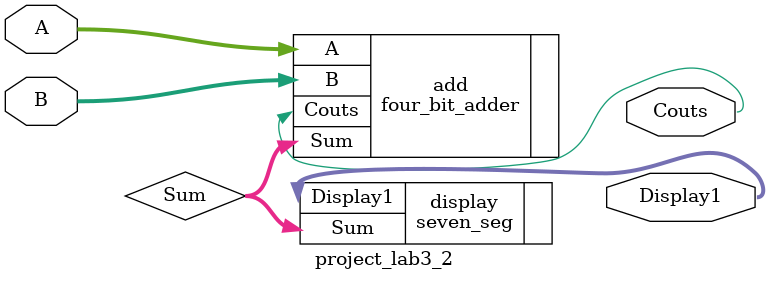
<source format=v>
`timescale 1ns / 1ps
 
module project_lab3_2(
    input[3:0]A,
    input[3:0]B,
    output[6:0]Display1,
    output Couts
    );

    wire [3:0]Sum;
    four_bit_adder add(.A(A), .B(B), .Sum(Sum), .Couts(Couts));
    seven_seg display(.Sum(Sum), .Display1(Display1));
endmodule

</source>
